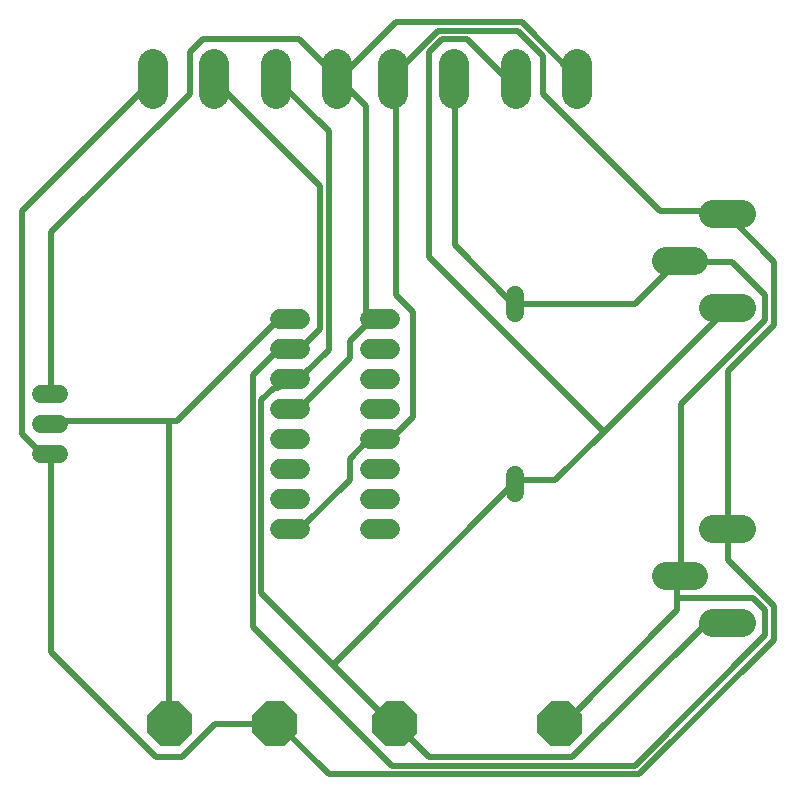
<source format=gbl>
G75*
%MOIN*%
%OFA0B0*%
%FSLAX25Y25*%
%IPPOS*%
%LPD*%
%AMOC8*
5,1,8,0,0,1.08239X$1,22.5*
%
%ADD10C,0.10000*%
%ADD11C,0.06000*%
%ADD12C,0.09450*%
%ADD13C,0.06600*%
%ADD14OC8,0.15000*%
%ADD15C,0.02000*%
D10*
X0050291Y0246000D02*
X0050291Y0256000D01*
X0070764Y0256000D02*
X0070764Y0246000D01*
X0091236Y0246000D02*
X0091236Y0256000D01*
X0111709Y0256000D02*
X0111709Y0246000D01*
X0130291Y0246000D02*
X0130291Y0256000D01*
X0150764Y0256000D02*
X0150764Y0246000D01*
X0171236Y0246000D02*
X0171236Y0256000D01*
X0191709Y0256000D02*
X0191709Y0246000D01*
D11*
X0171000Y0179000D02*
X0171000Y0173000D01*
X0171000Y0119000D02*
X0171000Y0113000D01*
X0019000Y0126000D02*
X0013000Y0126000D01*
X0013000Y0136000D02*
X0019000Y0136000D01*
X0019000Y0146000D02*
X0013000Y0146000D01*
D12*
X0221275Y0190300D02*
X0230725Y0190300D01*
X0237075Y0174600D02*
X0246525Y0174600D01*
X0246525Y0206000D02*
X0237075Y0206000D01*
X0237075Y0101000D02*
X0246525Y0101000D01*
X0230725Y0085300D02*
X0221275Y0085300D01*
X0237075Y0069600D02*
X0246525Y0069600D01*
D13*
X0129300Y0101000D02*
X0122700Y0101000D01*
X0122700Y0111000D02*
X0129300Y0111000D01*
X0129300Y0121000D02*
X0122700Y0121000D01*
X0122700Y0131000D02*
X0129300Y0131000D01*
X0129300Y0141000D02*
X0122700Y0141000D01*
X0122700Y0151000D02*
X0129300Y0151000D01*
X0129300Y0161000D02*
X0122700Y0161000D01*
X0122700Y0171000D02*
X0129300Y0171000D01*
X0099300Y0171000D02*
X0092700Y0171000D01*
X0092700Y0161000D02*
X0099300Y0161000D01*
X0099300Y0151000D02*
X0092700Y0151000D01*
X0092700Y0141000D02*
X0099300Y0141000D01*
X0099300Y0131000D02*
X0092700Y0131000D01*
X0092700Y0121000D02*
X0099300Y0121000D01*
X0099300Y0111000D02*
X0092700Y0111000D01*
X0092700Y0101000D02*
X0099300Y0101000D01*
D14*
X0091000Y0036000D03*
X0056000Y0036000D03*
X0131000Y0036000D03*
X0186000Y0036000D03*
D15*
X0051400Y0024800D02*
X0016400Y0059800D01*
X0016400Y0125600D01*
X0016000Y0126000D01*
X0015000Y0127000D01*
X0012200Y0127000D01*
X0006600Y0132600D01*
X0006600Y0206800D01*
X0050000Y0250200D01*
X0050291Y0251000D01*
X0062600Y0246000D02*
X0062600Y0260000D01*
X0066800Y0264200D01*
X0099000Y0264200D01*
X0111600Y0251600D01*
X0111709Y0251000D01*
X0113000Y0250200D01*
X0121400Y0241800D01*
X0121400Y0170400D01*
X0126000Y0171000D01*
X0125600Y0170400D01*
X0122800Y0170400D01*
X0115800Y0163400D01*
X0115800Y0157800D01*
X0099000Y0141000D01*
X0096000Y0141000D01*
X0092000Y0148000D02*
X0090600Y0148000D01*
X0086400Y0143800D01*
X0086400Y0079400D01*
X0110200Y0055600D01*
X0170400Y0115800D01*
X0171000Y0116000D01*
X0171800Y0117200D01*
X0184400Y0117200D01*
X0200500Y0133300D01*
X0142400Y0191400D01*
X0142400Y0260000D01*
X0146600Y0264200D01*
X0155000Y0264200D01*
X0167600Y0251600D01*
X0170400Y0251600D01*
X0171236Y0251000D01*
X0180200Y0246000D02*
X0180200Y0258600D01*
X0171800Y0267000D01*
X0145200Y0267000D01*
X0129800Y0251600D01*
X0130291Y0251000D01*
X0131200Y0250200D01*
X0131200Y0178800D01*
X0136800Y0173200D01*
X0136800Y0138200D01*
X0129800Y0131200D01*
X0127000Y0131200D01*
X0126000Y0131000D01*
X0125600Y0129800D01*
X0121400Y0129800D01*
X0115800Y0124200D01*
X0115800Y0117200D01*
X0100400Y0101800D01*
X0096200Y0101800D01*
X0096000Y0101000D01*
X0083600Y0068200D02*
X0129800Y0022000D01*
X0211000Y0022000D01*
X0254400Y0065400D01*
X0254400Y0073800D01*
X0250200Y0078000D01*
X0225000Y0078000D01*
X0225000Y0085000D01*
X0226000Y0085300D01*
X0226400Y0086400D01*
X0226400Y0142400D01*
X0254400Y0170400D01*
X0254400Y0178800D01*
X0243200Y0190000D01*
X0226400Y0190000D01*
X0226000Y0190300D01*
X0225000Y0190000D01*
X0211000Y0176000D01*
X0171000Y0176000D01*
X0170400Y0176000D01*
X0150800Y0195600D01*
X0150800Y0250200D01*
X0150764Y0251000D01*
X0131200Y0269800D02*
X0113000Y0251600D01*
X0111709Y0251000D01*
X0108800Y0233400D02*
X0092000Y0250200D01*
X0091236Y0251000D01*
X0108800Y0233400D02*
X0108800Y0160600D01*
X0100400Y0152200D01*
X0096200Y0152200D01*
X0096000Y0151000D01*
X0094800Y0150800D01*
X0092000Y0148000D01*
X0083600Y0152200D02*
X0083600Y0068200D01*
X0110200Y0055600D02*
X0129800Y0036000D01*
X0131000Y0036000D01*
X0131200Y0036000D01*
X0142400Y0024800D01*
X0190000Y0024800D01*
X0234800Y0069600D01*
X0241800Y0069600D01*
X0257200Y0064000D02*
X0212400Y0019200D01*
X0108800Y0019200D01*
X0092000Y0036000D01*
X0091000Y0036000D01*
X0071000Y0036000D01*
X0059800Y0024800D01*
X0051400Y0024800D01*
X0055600Y0036000D02*
X0056000Y0036000D01*
X0055600Y0036000D02*
X0055600Y0136800D01*
X0016400Y0136800D01*
X0016000Y0136000D01*
X0016000Y0146000D02*
X0016400Y0146600D01*
X0016400Y0199800D01*
X0062600Y0246000D01*
X0071000Y0250200D02*
X0070764Y0251000D01*
X0071000Y0250200D02*
X0106000Y0215200D01*
X0106000Y0167600D01*
X0100400Y0162000D01*
X0096200Y0162000D01*
X0096000Y0161000D01*
X0094800Y0160600D01*
X0092000Y0160600D01*
X0083600Y0152200D01*
X0092000Y0170400D02*
X0094800Y0170400D01*
X0096000Y0171000D01*
X0092000Y0170400D02*
X0058400Y0136800D01*
X0055600Y0136800D01*
X0180200Y0246000D02*
X0219400Y0206800D01*
X0241800Y0206800D01*
X0241800Y0206000D01*
X0241800Y0205400D01*
X0257200Y0190000D01*
X0257200Y0169000D01*
X0241800Y0153600D01*
X0241800Y0101000D01*
X0241800Y0090600D01*
X0257200Y0075200D01*
X0257200Y0064000D01*
X0225000Y0073800D02*
X0187200Y0036000D01*
X0186000Y0036000D01*
X0225000Y0073800D02*
X0225000Y0078000D01*
X0200500Y0133300D02*
X0241800Y0174600D01*
X0191709Y0251000D02*
X0191400Y0251600D01*
X0173200Y0269800D01*
X0131200Y0269800D01*
M02*

</source>
